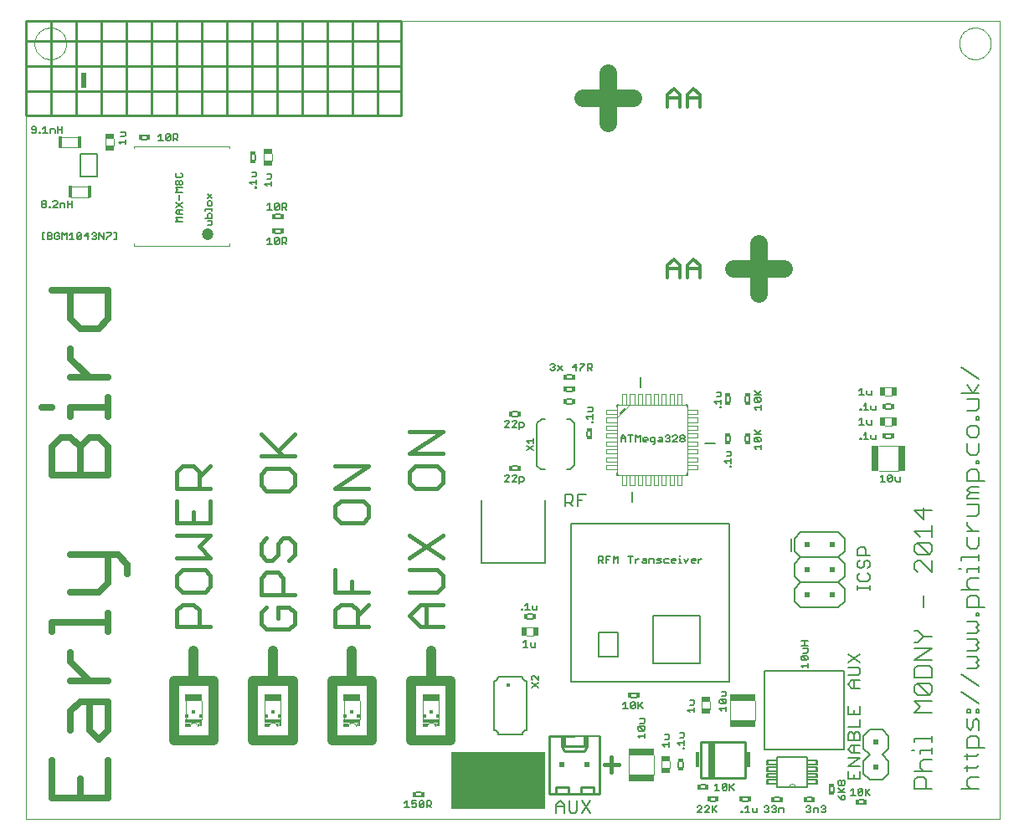
<source format=gto>
G75*
%MOIN*%
%OFA0B0*%
%FSLAX24Y24*%
%IPPOS*%
%LPD*%
%AMOC8*
5,1,8,0,0,1.08239X$1,22.5*
%
%ADD10C,0.0000*%
%ADD11C,0.0280*%
%ADD12C,0.0170*%
%ADD13C,0.0400*%
%ADD14C,0.0060*%
%ADD15C,0.0100*%
%ADD16C,0.0050*%
%ADD17C,0.0160*%
%ADD18C,0.0080*%
%ADD19C,0.0130*%
%ADD20R,0.3740X0.2264*%
%ADD21R,0.0236X0.0591*%
%ADD22C,0.0039*%
%ADD23C,0.0472*%
%ADD24C,0.0040*%
%ADD25R,0.0197X0.0049*%
%ADD26R,0.0089X0.0128*%
%ADD27R,0.0049X0.0089*%
%ADD28R,0.0167X0.0049*%
%ADD29R,0.0197X0.0138*%
%ADD30R,0.0236X0.0049*%
%ADD31R,0.0669X0.0118*%
%ADD32R,0.0669X0.0276*%
%ADD33R,0.0128X0.0167*%
%ADD34R,0.0138X0.0138*%
%ADD35R,0.0236X0.0118*%
%ADD36R,0.0118X0.0236*%
%ADD37R,0.0118X0.0472*%
%ADD38R,0.0374X0.0197*%
%ADD39R,0.0197X0.0374*%
%ADD40R,0.1024X0.0295*%
%ADD41C,0.0700*%
%ADD42R,0.0200X0.0200*%
%ADD43R,0.0165X0.0640*%
%ADD44R,0.0165X0.0630*%
%ADD45R,0.0295X0.1378*%
%ADD46R,0.0295X0.0197*%
%ADD47R,0.0295X0.1024*%
%ADD48C,0.0143*%
D10*
X000574Y000251D02*
X000574Y032054D01*
X039341Y032054D01*
X039341Y000251D01*
X000574Y000251D01*
X023687Y014179D02*
X024107Y014179D01*
X024107Y014359D01*
X023687Y014359D01*
X023687Y014179D01*
X023687Y014489D02*
X024107Y014489D01*
X024107Y014669D01*
X023687Y014669D01*
X023687Y014489D01*
X023687Y014809D02*
X024107Y014809D01*
X024107Y014989D01*
X023687Y014989D01*
X023687Y014809D01*
X023687Y015119D02*
X024107Y015119D01*
X024107Y015299D01*
X023687Y015299D01*
X023687Y015119D01*
X023687Y015439D02*
X024107Y015439D01*
X024107Y015619D01*
X023687Y015619D01*
X023687Y015439D01*
X023687Y015749D02*
X024107Y015749D01*
X024107Y015929D01*
X023687Y015929D01*
X023687Y015749D01*
X023687Y016069D02*
X024107Y016069D01*
X024107Y016249D01*
X023687Y016249D01*
X023687Y016069D01*
X023687Y016379D02*
X024107Y016379D01*
X024107Y016559D01*
X023687Y016559D01*
X023687Y016379D01*
X024107Y016269D02*
X024607Y016769D01*
X024627Y016769D02*
X024627Y017189D01*
X024807Y017189D01*
X024807Y016769D01*
X024627Y016769D01*
X024497Y016769D02*
X024497Y017189D01*
X024317Y017189D01*
X024317Y016769D01*
X024497Y016769D01*
X024107Y016769D02*
X024107Y013969D01*
X026907Y013969D01*
X026907Y016769D01*
X024107Y016769D01*
X024947Y016769D02*
X024947Y017189D01*
X025127Y017189D01*
X025127Y016769D01*
X024947Y016769D01*
X025257Y016769D02*
X025257Y017189D01*
X025437Y017189D01*
X025437Y016769D01*
X025257Y016769D01*
X025577Y016769D02*
X025577Y017189D01*
X025757Y017189D01*
X025757Y016769D01*
X025577Y016769D01*
X025887Y016769D02*
X025887Y017189D01*
X026067Y017189D01*
X026067Y016769D01*
X025887Y016769D01*
X026207Y016769D02*
X026207Y017189D01*
X026387Y017189D01*
X026387Y016769D01*
X026207Y016769D01*
X026517Y016769D02*
X026517Y017189D01*
X026697Y017189D01*
X026697Y016769D01*
X026517Y016769D01*
X026907Y016559D02*
X026907Y016379D01*
X027327Y016379D01*
X027327Y016559D01*
X026907Y016559D01*
X026907Y016249D02*
X027327Y016249D01*
X027327Y016069D01*
X026907Y016069D01*
X026907Y016249D01*
X026907Y015929D02*
X027327Y015929D01*
X027327Y015749D01*
X026907Y015749D01*
X026907Y015929D01*
X026907Y015619D02*
X027327Y015619D01*
X027327Y015439D01*
X026907Y015439D01*
X026907Y015619D01*
X026907Y015299D02*
X027327Y015299D01*
X027327Y015119D01*
X026907Y015119D01*
X026907Y015299D01*
X026907Y014989D02*
X027327Y014989D01*
X027327Y014809D01*
X026907Y014809D01*
X026907Y014989D01*
X026907Y014669D02*
X027327Y014669D01*
X027327Y014489D01*
X026907Y014489D01*
X026907Y014669D01*
X026907Y014359D02*
X027327Y014359D01*
X027327Y014179D01*
X026907Y014179D01*
X026907Y014359D01*
X026697Y013969D02*
X026517Y013969D01*
X026517Y013549D01*
X026697Y013549D01*
X026697Y013969D01*
X026387Y013969D02*
X026387Y013549D01*
X026207Y013549D01*
X026207Y013969D01*
X026387Y013969D01*
X026067Y013969D02*
X026067Y013549D01*
X025887Y013549D01*
X025887Y013969D01*
X026067Y013969D01*
X025757Y013969D02*
X025757Y013549D01*
X025577Y013549D01*
X025577Y013969D01*
X025757Y013969D01*
X025437Y013969D02*
X025437Y013549D01*
X025257Y013549D01*
X025257Y013969D01*
X025437Y013969D01*
X025127Y013969D02*
X025127Y013549D01*
X024947Y013549D01*
X024947Y013969D01*
X025127Y013969D01*
X024807Y013969D02*
X024807Y013549D01*
X024627Y013549D01*
X024627Y013969D01*
X024807Y013969D01*
X024497Y013969D02*
X024497Y013549D01*
X024317Y013549D01*
X024317Y013969D01*
X024497Y013969D01*
X030966Y001531D02*
X030968Y001552D01*
X030973Y001572D01*
X030982Y001591D01*
X030994Y001608D01*
X031009Y001623D01*
X031026Y001635D01*
X031045Y001644D01*
X031065Y001649D01*
X031086Y001651D01*
X031107Y001649D01*
X031127Y001644D01*
X031146Y001635D01*
X031163Y001623D01*
X031178Y001608D01*
X031190Y001591D01*
X031199Y001572D01*
X031204Y001552D01*
X031206Y001531D01*
X031204Y001552D01*
X031199Y001572D01*
X031190Y001591D01*
X031178Y001608D01*
X031163Y001623D01*
X031146Y001635D01*
X031127Y001644D01*
X031107Y001649D01*
X031086Y001651D01*
X031065Y001649D01*
X031045Y001644D01*
X031026Y001635D01*
X031009Y001623D01*
X030994Y001608D01*
X030982Y001591D01*
X030973Y001572D01*
X030968Y001552D01*
X030966Y001531D01*
X030968Y001552D01*
X030973Y001572D01*
X030982Y001591D01*
X030994Y001608D01*
X031009Y001623D01*
X031026Y001635D01*
X031045Y001644D01*
X031065Y001649D01*
X031086Y001651D01*
X031107Y001649D01*
X031127Y001644D01*
X031146Y001635D01*
X031163Y001623D01*
X031178Y001608D01*
X031190Y001591D01*
X031199Y001572D01*
X031204Y001552D01*
X031206Y001531D01*
X031204Y001552D01*
X031199Y001572D01*
X031190Y001591D01*
X031178Y001608D01*
X031163Y001623D01*
X031146Y001635D01*
X031127Y001644D01*
X031107Y001649D01*
X031086Y001651D01*
X031065Y001649D01*
X031045Y001644D01*
X031026Y001635D01*
X031009Y001623D01*
X030994Y001608D01*
X030982Y001591D01*
X030973Y001572D01*
X030968Y001552D01*
X030966Y001531D01*
X037739Y031156D02*
X037741Y031206D01*
X037747Y031256D01*
X037757Y031305D01*
X037771Y031353D01*
X037788Y031400D01*
X037809Y031445D01*
X037834Y031489D01*
X037862Y031530D01*
X037894Y031569D01*
X037928Y031606D01*
X037965Y031640D01*
X038005Y031670D01*
X038047Y031697D01*
X038091Y031721D01*
X038137Y031742D01*
X038184Y031758D01*
X038232Y031771D01*
X038282Y031780D01*
X038331Y031785D01*
X038382Y031786D01*
X038432Y031783D01*
X038481Y031776D01*
X038530Y031765D01*
X038578Y031750D01*
X038624Y031732D01*
X038669Y031710D01*
X038712Y031684D01*
X038753Y031655D01*
X038792Y031623D01*
X038828Y031588D01*
X038860Y031550D01*
X038890Y031510D01*
X038917Y031467D01*
X038940Y031423D01*
X038959Y031377D01*
X038975Y031329D01*
X038987Y031280D01*
X038995Y031231D01*
X038999Y031181D01*
X038999Y031131D01*
X038995Y031081D01*
X038987Y031032D01*
X038975Y030983D01*
X038959Y030935D01*
X038940Y030889D01*
X038917Y030845D01*
X038890Y030802D01*
X038860Y030762D01*
X038828Y030724D01*
X038792Y030689D01*
X038753Y030657D01*
X038712Y030628D01*
X038669Y030602D01*
X038624Y030580D01*
X038578Y030562D01*
X038530Y030547D01*
X038481Y030536D01*
X038432Y030529D01*
X038382Y030526D01*
X038331Y030527D01*
X038282Y030532D01*
X038232Y030541D01*
X038184Y030554D01*
X038137Y030570D01*
X038091Y030591D01*
X038047Y030615D01*
X038005Y030642D01*
X037965Y030672D01*
X037928Y030706D01*
X037894Y030743D01*
X037862Y030782D01*
X037834Y030823D01*
X037809Y030867D01*
X037788Y030912D01*
X037771Y030959D01*
X037757Y031007D01*
X037747Y031056D01*
X037741Y031106D01*
X037739Y031156D01*
X000928Y031156D02*
X000930Y031206D01*
X000936Y031256D01*
X000946Y031305D01*
X000960Y031353D01*
X000977Y031400D01*
X000998Y031445D01*
X001023Y031489D01*
X001051Y031530D01*
X001083Y031569D01*
X001117Y031606D01*
X001154Y031640D01*
X001194Y031670D01*
X001236Y031697D01*
X001280Y031721D01*
X001326Y031742D01*
X001373Y031758D01*
X001421Y031771D01*
X001471Y031780D01*
X001520Y031785D01*
X001571Y031786D01*
X001621Y031783D01*
X001670Y031776D01*
X001719Y031765D01*
X001767Y031750D01*
X001813Y031732D01*
X001858Y031710D01*
X001901Y031684D01*
X001942Y031655D01*
X001981Y031623D01*
X002017Y031588D01*
X002049Y031550D01*
X002079Y031510D01*
X002106Y031467D01*
X002129Y031423D01*
X002148Y031377D01*
X002164Y031329D01*
X002176Y031280D01*
X002184Y031231D01*
X002188Y031181D01*
X002188Y031131D01*
X002184Y031081D01*
X002176Y031032D01*
X002164Y030983D01*
X002148Y030935D01*
X002129Y030889D01*
X002106Y030845D01*
X002079Y030802D01*
X002049Y030762D01*
X002017Y030724D01*
X001981Y030689D01*
X001942Y030657D01*
X001901Y030628D01*
X001858Y030602D01*
X001813Y030580D01*
X001767Y030562D01*
X001719Y030547D01*
X001670Y030536D01*
X001621Y030529D01*
X001571Y030526D01*
X001520Y030527D01*
X001471Y030532D01*
X001421Y030541D01*
X001373Y030554D01*
X001326Y030570D01*
X001280Y030591D01*
X001236Y030615D01*
X001194Y030642D01*
X001154Y030672D01*
X001117Y030706D01*
X001083Y030743D01*
X001051Y030782D01*
X001023Y030823D01*
X000998Y030867D01*
X000977Y030912D01*
X000960Y030959D01*
X000946Y031007D01*
X000936Y031056D01*
X000930Y031106D01*
X000928Y031156D01*
D11*
X001607Y021305D02*
X003869Y021305D01*
X003869Y020174D01*
X003492Y019797D01*
X002738Y019797D01*
X002361Y020174D01*
X002361Y021305D01*
X002361Y018979D02*
X002361Y018602D01*
X003115Y017848D01*
X003869Y017848D02*
X002361Y017848D01*
X002361Y016666D02*
X003869Y016666D01*
X003869Y016289D02*
X003869Y017043D01*
X002361Y016666D02*
X002361Y016289D01*
X001607Y016666D02*
X001230Y016666D01*
X001984Y015458D02*
X002361Y015458D01*
X002738Y015081D01*
X002738Y013950D01*
X001607Y013950D02*
X001607Y015081D01*
X001984Y015458D01*
X002738Y015081D02*
X003115Y015458D01*
X003492Y015458D01*
X003869Y015081D01*
X003869Y013950D01*
X001607Y013950D01*
X002361Y010780D02*
X004246Y010780D01*
X004623Y010403D01*
X004623Y010026D01*
X003869Y009649D02*
X003869Y010780D01*
X003869Y009649D02*
X003492Y009272D01*
X002361Y009272D01*
X001607Y008090D02*
X003869Y008090D01*
X003869Y007713D02*
X003869Y008467D01*
X002361Y006895D02*
X002361Y006518D01*
X003115Y005764D01*
X003869Y005764D02*
X002361Y005764D01*
X002738Y004933D02*
X003869Y004933D01*
X003869Y003802D01*
X003492Y003425D01*
X003115Y003802D01*
X003115Y004933D01*
X002738Y004933D02*
X002361Y004556D01*
X002361Y003802D01*
X001607Y002595D02*
X001607Y001087D01*
X003869Y001087D01*
X003869Y002595D01*
X002738Y001841D02*
X002738Y001087D01*
X001607Y007713D02*
X001607Y008090D01*
D12*
X006600Y007906D02*
X006600Y008572D01*
X006822Y008794D01*
X007266Y008794D01*
X007488Y008572D01*
X007488Y007906D01*
X007932Y007906D02*
X006600Y007906D01*
X006822Y009288D02*
X007710Y009288D01*
X007932Y009509D01*
X007932Y009953D01*
X007710Y010175D01*
X006822Y010175D01*
X006600Y009953D01*
X006600Y009509D01*
X006822Y009288D01*
X006600Y010669D02*
X007932Y010669D01*
X007488Y011113D01*
X007932Y011556D01*
X006600Y011556D01*
X006600Y012050D02*
X007932Y012050D01*
X007932Y012937D01*
X007932Y013431D02*
X006600Y013431D01*
X006600Y014097D01*
X006822Y014319D01*
X007266Y014319D01*
X007488Y014097D01*
X007488Y013431D01*
X007488Y013875D02*
X007932Y014319D01*
X006600Y012937D02*
X006600Y012050D01*
X007266Y012050D02*
X007266Y012494D01*
X009947Y013553D02*
X010169Y013331D01*
X011056Y013331D01*
X011278Y013553D01*
X011278Y013997D01*
X011056Y014219D01*
X010169Y014219D01*
X009947Y013997D01*
X009947Y013553D01*
X009947Y014712D02*
X011278Y014712D01*
X010834Y014712D02*
X009947Y015600D01*
X010613Y014934D02*
X011278Y015600D01*
X012900Y014319D02*
X014231Y014319D01*
X012900Y013431D01*
X014231Y013431D01*
X014009Y012937D02*
X013122Y012937D01*
X012900Y012716D01*
X012900Y012272D01*
X013122Y012050D01*
X014009Y012050D01*
X014231Y012272D01*
X014231Y012716D01*
X014009Y012937D01*
X015852Y013651D02*
X016074Y013430D01*
X016962Y013430D01*
X017184Y013651D01*
X017184Y014095D01*
X016962Y014317D01*
X016074Y014317D01*
X015852Y014095D01*
X015852Y013651D01*
X015852Y014811D02*
X017184Y015698D01*
X015852Y015698D01*
X015852Y014811D02*
X017184Y014811D01*
X017184Y011555D02*
X015852Y010667D01*
X015852Y010173D02*
X016962Y010173D01*
X017184Y009952D01*
X017184Y009508D01*
X016962Y009286D01*
X015852Y009286D01*
X016296Y008792D02*
X017184Y008792D01*
X016518Y008792D02*
X016518Y007905D01*
X016296Y007905D02*
X015852Y008349D01*
X016296Y008792D01*
X016296Y007905D02*
X017184Y007905D01*
X014231Y007906D02*
X012900Y007906D01*
X012900Y008572D01*
X013122Y008794D01*
X013565Y008794D01*
X013787Y008572D01*
X013787Y007906D01*
X013787Y008350D02*
X014231Y008794D01*
X014231Y009288D02*
X012900Y009288D01*
X012900Y010175D01*
X013565Y009731D02*
X013565Y009288D01*
X011278Y009188D02*
X009947Y009188D01*
X009947Y009853D01*
X010169Y010075D01*
X010613Y010075D01*
X010834Y009853D01*
X010834Y009188D01*
X010613Y008694D02*
X010613Y008250D01*
X010613Y008694D02*
X011056Y008694D01*
X011278Y008472D01*
X011278Y008028D01*
X011056Y007806D01*
X010169Y007806D01*
X009947Y008028D01*
X009947Y008472D01*
X010169Y008694D01*
X010169Y010569D02*
X010391Y010569D01*
X010613Y010791D01*
X010613Y011234D01*
X010834Y011456D01*
X011056Y011456D01*
X011278Y011234D01*
X011278Y010791D01*
X011056Y010569D01*
X010169Y010569D02*
X009947Y010791D01*
X009947Y011234D01*
X010169Y011456D01*
X015852Y011555D02*
X017184Y010667D01*
D13*
X016715Y006944D02*
X016715Y005763D01*
X015928Y005763D01*
X015928Y003400D01*
X017503Y003400D01*
X017503Y005763D01*
X016715Y005763D01*
X014353Y005763D02*
X013566Y005763D01*
X013566Y006944D01*
X013566Y005763D02*
X012778Y005763D01*
X012778Y003400D01*
X014353Y003400D01*
X014353Y005763D01*
X011204Y005763D02*
X011204Y003400D01*
X009629Y003400D01*
X009629Y005763D01*
X010416Y005763D01*
X010416Y006944D01*
X010416Y005763D02*
X011204Y005763D01*
X008054Y005763D02*
X008054Y003400D01*
X006479Y003400D01*
X006479Y005763D01*
X007267Y005763D01*
X007267Y006944D01*
X007267Y005763D02*
X008054Y005763D01*
D14*
X016127Y001323D02*
X016320Y001323D01*
X016320Y001147D02*
X016127Y001147D01*
X020556Y008233D02*
X020749Y008233D01*
X020749Y008410D02*
X020556Y008410D01*
X024690Y005260D02*
X024883Y005260D01*
X024883Y005084D02*
X024690Y005084D01*
X026568Y002513D02*
X026568Y002320D01*
X026745Y002320D02*
X026745Y002513D01*
X027446Y001619D02*
X027639Y001619D01*
X027639Y001442D02*
X027446Y001442D01*
X027839Y001126D02*
X028032Y001126D01*
X028032Y000950D02*
X027839Y000950D01*
X029119Y000950D02*
X029312Y000950D01*
X029312Y001126D02*
X029119Y001126D01*
X030096Y001661D02*
X030126Y001661D01*
X030496Y001661D01*
X030496Y001811D01*
X030096Y001811D01*
X030096Y001661D01*
X030126Y001661D02*
X030126Y001821D01*
X030496Y001821D01*
X030496Y002421D01*
X030496Y002431D01*
X030096Y002431D01*
X030096Y002581D01*
X030126Y002581D01*
X030126Y002421D01*
X030496Y002421D01*
X030496Y002331D01*
X030496Y002171D01*
X030496Y002071D01*
X030496Y001911D01*
X030496Y001821D01*
X030496Y001811D01*
X030496Y001911D02*
X030126Y001911D01*
X030096Y001911D01*
X030096Y002071D01*
X030126Y002071D01*
X030126Y001911D01*
X030126Y002071D02*
X030496Y002071D01*
X030496Y002171D02*
X030126Y002171D01*
X030096Y002171D01*
X030096Y002331D01*
X030126Y002331D01*
X030126Y002171D01*
X030126Y002331D02*
X030496Y002331D01*
X030496Y002431D02*
X030496Y002581D01*
X030496Y002711D01*
X031676Y002711D01*
X031676Y002581D01*
X031676Y002431D01*
X032076Y002431D01*
X032076Y002581D01*
X032046Y002581D01*
X031676Y002581D01*
X031626Y002711D02*
X030546Y002711D01*
X030636Y002711D02*
X031536Y002711D01*
X031676Y002431D02*
X031676Y002421D01*
X031676Y002331D01*
X031676Y002171D01*
X031676Y002071D01*
X031676Y001911D01*
X031676Y001821D01*
X031676Y001811D01*
X032076Y001811D01*
X032076Y001661D01*
X032046Y001661D01*
X032046Y001821D01*
X031676Y001821D01*
X031676Y001811D02*
X031676Y001661D01*
X031676Y001531D01*
X031206Y001531D01*
X030966Y001531D01*
X031206Y001531D01*
X031536Y001531D01*
X031626Y001531D01*
X031676Y001661D02*
X032046Y001661D01*
X032046Y001911D02*
X032076Y001911D01*
X032076Y002071D01*
X032046Y002071D01*
X031676Y002071D01*
X031676Y002171D01*
X032046Y002171D01*
X032076Y002171D01*
X032076Y002331D01*
X032046Y002331D01*
X031676Y002331D01*
X031676Y002421D02*
X032046Y002421D01*
X032046Y002581D01*
X032046Y002331D02*
X032046Y002171D01*
X032046Y002071D02*
X032046Y001911D01*
X031676Y001911D01*
X031678Y001126D02*
X031871Y001126D01*
X031871Y000950D02*
X031678Y000950D01*
X030966Y001531D02*
X030636Y001531D01*
X030546Y001531D01*
X030496Y001531D02*
X030966Y001531D01*
X030496Y001531D02*
X030496Y001661D01*
X030399Y001126D02*
X030591Y001126D01*
X030591Y000950D02*
X030399Y000950D01*
X030496Y002581D02*
X030126Y002581D01*
X032572Y001528D02*
X032572Y001335D01*
X032749Y001335D02*
X032749Y001528D01*
X033745Y001028D02*
X033938Y001028D01*
X033938Y000852D02*
X033745Y000852D01*
X035965Y001462D02*
X035965Y001812D01*
X036082Y001929D01*
X036315Y001929D01*
X036432Y001812D01*
X036432Y001462D01*
X036666Y001462D02*
X035965Y001462D01*
X035965Y002162D02*
X036666Y002162D01*
X036315Y002162D02*
X036199Y002278D01*
X036199Y002512D01*
X036315Y002629D01*
X036666Y002629D01*
X036666Y002861D02*
X036666Y003095D01*
X036666Y002978D02*
X036199Y002978D01*
X036199Y002861D01*
X035965Y002978D02*
X035848Y002978D01*
X035965Y003328D02*
X035965Y003445D01*
X036666Y003445D01*
X036666Y003328D02*
X036666Y003562D01*
X036666Y004494D02*
X035965Y004494D01*
X036199Y004728D01*
X035965Y004961D01*
X036666Y004961D01*
X036549Y005194D02*
X036082Y005661D01*
X036549Y005661D01*
X036666Y005544D01*
X036666Y005311D01*
X036549Y005194D01*
X036082Y005194D01*
X035965Y005311D01*
X035965Y005544D01*
X036082Y005661D01*
X035965Y005894D02*
X035965Y006244D01*
X036082Y006361D01*
X036549Y006361D01*
X036666Y006244D01*
X036666Y005894D01*
X035965Y005894D01*
X035965Y006594D02*
X036666Y007061D01*
X035965Y007061D01*
X035965Y007294D02*
X036082Y007294D01*
X036315Y007527D01*
X036666Y007527D01*
X036315Y007527D02*
X036082Y007761D01*
X035965Y007761D01*
X036315Y008693D02*
X036315Y009160D01*
X036082Y010093D02*
X035965Y010209D01*
X035965Y010443D01*
X036082Y010560D01*
X036199Y010560D01*
X036666Y010093D01*
X036666Y010560D01*
X036549Y010793D02*
X036082Y011260D01*
X036549Y011260D01*
X036666Y011143D01*
X036666Y010909D01*
X036549Y010793D01*
X036082Y010793D01*
X035965Y010909D01*
X035965Y011143D01*
X036082Y011260D01*
X036199Y011492D02*
X035965Y011726D01*
X036666Y011726D01*
X036666Y011959D02*
X036666Y011492D01*
X036315Y012192D02*
X036315Y012659D01*
X035965Y012542D02*
X036315Y012192D01*
X035965Y012542D02*
X036666Y012542D01*
X038069Y012309D02*
X038419Y012309D01*
X038536Y012426D01*
X038536Y012776D01*
X038069Y012776D01*
X038069Y013009D02*
X038069Y013125D01*
X038186Y013242D01*
X038069Y013359D01*
X038186Y013476D01*
X038536Y013476D01*
X038536Y013708D02*
X038536Y014059D01*
X038419Y014175D01*
X038186Y014175D01*
X038069Y014059D01*
X038069Y013708D01*
X038769Y013708D01*
X038536Y013242D02*
X038186Y013242D01*
X038069Y013009D02*
X038536Y013009D01*
X038069Y012076D02*
X038069Y011959D01*
X038302Y011726D01*
X038069Y011726D02*
X038536Y011726D01*
X038536Y011493D02*
X038536Y011143D01*
X038419Y011026D01*
X038186Y011026D01*
X038069Y011143D01*
X038069Y011493D01*
X038536Y010793D02*
X038536Y010559D01*
X038536Y010676D02*
X037835Y010676D01*
X037835Y010559D01*
X037835Y010209D02*
X037718Y010209D01*
X038069Y010209D02*
X038536Y010209D01*
X038536Y010093D02*
X038536Y010326D01*
X038536Y009860D02*
X038186Y009860D01*
X038069Y009743D01*
X038069Y009510D01*
X038186Y009393D01*
X038186Y009160D02*
X038419Y009160D01*
X038536Y009043D01*
X038536Y008693D01*
X038536Y008460D02*
X038536Y008343D01*
X038419Y008343D01*
X038419Y008460D01*
X038536Y008460D01*
X038769Y008693D02*
X038069Y008693D01*
X038069Y009043D01*
X038186Y009160D01*
X038536Y009393D02*
X037835Y009393D01*
X038069Y010093D02*
X038069Y010209D01*
X038069Y008110D02*
X038419Y008110D01*
X038536Y007994D01*
X038419Y007877D01*
X038536Y007760D01*
X038419Y007643D01*
X038069Y007643D01*
X038069Y007411D02*
X038419Y007411D01*
X038536Y007294D01*
X038419Y007177D01*
X038536Y007060D01*
X038419Y006944D01*
X038069Y006944D01*
X038069Y006711D02*
X038419Y006711D01*
X038536Y006594D01*
X038419Y006477D01*
X038536Y006361D01*
X038419Y006244D01*
X038069Y006244D01*
X037835Y006011D02*
X038536Y005544D01*
X038536Y004844D02*
X037835Y005311D01*
X038069Y004611D02*
X038186Y004611D01*
X038186Y004494D01*
X038069Y004494D01*
X038069Y004611D01*
X038069Y004262D02*
X038069Y003911D01*
X038186Y003795D01*
X038302Y003911D01*
X038302Y004145D01*
X038419Y004262D01*
X038536Y004145D01*
X038536Y003795D01*
X038419Y003562D02*
X038536Y003445D01*
X038536Y003095D01*
X038536Y002862D02*
X038419Y002745D01*
X037952Y002745D01*
X038069Y002628D02*
X038069Y002862D01*
X038069Y003095D02*
X038069Y003445D01*
X038186Y003562D01*
X038419Y003562D01*
X038769Y003095D02*
X038069Y003095D01*
X038069Y002395D02*
X038069Y002162D01*
X037952Y002278D02*
X038419Y002278D01*
X038536Y002395D01*
X038536Y001929D02*
X038186Y001929D01*
X038069Y001812D01*
X038069Y001579D01*
X038186Y001462D01*
X038536Y001462D02*
X037835Y001462D01*
X038419Y004494D02*
X038536Y004494D01*
X038536Y004611D01*
X038419Y004611D01*
X038419Y004494D01*
X036666Y006594D02*
X035965Y006594D01*
X026907Y013969D02*
X026837Y013969D01*
X026907Y013969D02*
X026907Y014039D01*
X027607Y015219D02*
X028007Y015219D01*
X028438Y015312D02*
X028438Y015505D01*
X028615Y015505D02*
X028615Y015312D01*
X029226Y015312D02*
X029226Y015505D01*
X029402Y015505D02*
X029402Y015312D01*
X029402Y016887D02*
X029402Y017080D01*
X029226Y017080D02*
X029226Y016887D01*
X028615Y016887D02*
X028615Y017080D01*
X028438Y017080D02*
X028438Y016887D01*
X026907Y016769D02*
X026907Y016699D01*
X026907Y016769D02*
X026837Y016769D01*
X025037Y017459D02*
X025037Y017859D01*
X024467Y016619D02*
X024257Y016409D01*
X024107Y016699D02*
X024107Y016769D01*
X024177Y016769D01*
X023103Y015702D02*
X023103Y015509D01*
X022926Y015509D02*
X022926Y015702D01*
X022324Y016796D02*
X022131Y016796D01*
X022131Y016973D02*
X022324Y016973D01*
X022324Y017289D02*
X022131Y017289D01*
X022131Y017465D02*
X022324Y017465D01*
X022324Y017781D02*
X022131Y017781D01*
X022131Y017957D02*
X022324Y017957D01*
X020158Y016481D02*
X019965Y016481D01*
X019965Y016304D02*
X020158Y016304D01*
X020158Y014315D02*
X019965Y014315D01*
X019965Y014139D02*
X020158Y014139D01*
X024107Y014039D02*
X024107Y013969D01*
X024177Y013969D01*
X024707Y013279D02*
X024707Y012879D01*
X034828Y015419D02*
X035021Y015419D01*
X035021Y015595D02*
X034828Y015595D01*
X034828Y016600D02*
X035021Y016600D01*
X035021Y016776D02*
X034828Y016776D01*
X037835Y017207D02*
X038536Y017207D01*
X038536Y016975D02*
X038069Y016975D01*
X038302Y017207D02*
X038069Y017558D01*
X038302Y017207D02*
X038536Y017558D01*
X038536Y017790D02*
X037835Y018258D01*
X038536Y016975D02*
X038536Y016624D01*
X038419Y016508D01*
X038069Y016508D01*
X038419Y016274D02*
X038536Y016274D01*
X038536Y016158D01*
X038419Y016158D01*
X038419Y016274D01*
X038419Y015925D02*
X038186Y015925D01*
X038069Y015808D01*
X038069Y015575D01*
X038186Y015458D01*
X038419Y015458D01*
X038536Y015575D01*
X038536Y015808D01*
X038419Y015925D01*
X038536Y015225D02*
X038536Y014875D01*
X038419Y014758D01*
X038186Y014758D01*
X038069Y014875D01*
X038069Y015225D01*
X038419Y014525D02*
X038536Y014525D01*
X038536Y014408D01*
X038419Y014408D01*
X038419Y014525D01*
X010710Y023588D02*
X010517Y023588D01*
X010517Y023764D02*
X010710Y023764D01*
X010710Y024178D02*
X010517Y024178D01*
X010517Y024355D02*
X010710Y024355D01*
X009717Y026532D02*
X009717Y026725D01*
X009541Y026725D02*
X009541Y026532D01*
X005395Y027328D02*
X005202Y027328D01*
X005202Y027504D02*
X005395Y027504D01*
D15*
X005574Y028302D02*
X005574Y032042D01*
X006574Y032042D02*
X006574Y028302D01*
X007574Y028302D02*
X007574Y032042D01*
X008574Y032042D02*
X008574Y028302D01*
X009574Y028302D02*
X009574Y032042D01*
X010574Y032042D02*
X010574Y028302D01*
X011574Y028302D02*
X011574Y032042D01*
X012574Y032042D02*
X012574Y028302D01*
X013574Y028302D02*
X013574Y032042D01*
X014574Y032042D02*
X014574Y028302D01*
X015534Y028302D02*
X015534Y032042D01*
X000574Y032042D01*
X000574Y028302D01*
X015534Y028302D01*
X015534Y029251D02*
X000574Y029251D01*
X000574Y028302D02*
X000574Y032042D01*
X001574Y032042D02*
X001574Y028302D01*
X002574Y028302D02*
X002574Y032042D01*
X003574Y032042D02*
X003574Y028302D01*
X004574Y028302D02*
X004574Y032042D01*
X000574Y031251D02*
X015534Y031251D01*
X015534Y030251D02*
X000574Y030251D01*
X021424Y003566D02*
X021924Y003566D01*
X021924Y003166D01*
X022024Y002966D01*
X022824Y002966D01*
X022924Y003166D01*
X022924Y003566D01*
X022824Y003566D02*
X022824Y003166D01*
X022924Y003166D01*
X022824Y003166D02*
X022024Y003166D01*
X022024Y003566D01*
X021924Y003566D02*
X022424Y003566D01*
X022024Y003166D02*
X021924Y003166D01*
X021424Y003566D02*
X021424Y002416D01*
X021424Y001266D01*
X021674Y001266D01*
X021674Y001516D01*
X022174Y001516D01*
X022174Y001266D01*
X022674Y001266D01*
X022674Y001516D01*
X023174Y001516D01*
X023174Y001266D01*
X023424Y001266D01*
X023424Y002416D01*
X023424Y003566D01*
X023174Y001266D02*
X022674Y001266D01*
X022424Y001266D02*
X021424Y001266D01*
X027444Y001894D02*
X027444Y002121D01*
X027444Y003105D01*
X027444Y003331D01*
X029215Y003331D01*
X029215Y003105D01*
X029215Y002121D01*
X029215Y001894D02*
X027444Y001894D01*
X029216Y001895D02*
X029215Y002008D01*
X029216Y002121D01*
D16*
X028781Y001666D02*
X028600Y001485D01*
X028645Y001530D02*
X028781Y001395D01*
X028600Y001395D02*
X028600Y001666D01*
X028486Y001621D02*
X028306Y001440D01*
X028351Y001395D01*
X028441Y001395D01*
X028486Y001440D01*
X028486Y001621D01*
X028441Y001666D01*
X028351Y001666D01*
X028306Y001621D01*
X028306Y001440D01*
X028191Y001395D02*
X028011Y001395D01*
X028101Y001395D02*
X028101Y001666D01*
X028011Y001575D01*
X028092Y000780D02*
X027911Y000600D01*
X027956Y000645D02*
X028092Y000509D01*
X027911Y000509D02*
X027911Y000780D01*
X027797Y000735D02*
X027752Y000780D01*
X027662Y000780D01*
X027617Y000735D01*
X027502Y000735D02*
X027457Y000780D01*
X027367Y000780D01*
X027322Y000735D01*
X027502Y000735D02*
X027502Y000690D01*
X027322Y000509D01*
X027502Y000509D01*
X027617Y000509D02*
X027797Y000690D01*
X027797Y000735D01*
X027797Y000509D02*
X027617Y000509D01*
X029069Y000509D02*
X029114Y000509D01*
X029114Y000555D01*
X029069Y000555D01*
X029069Y000509D01*
X029216Y000509D02*
X029396Y000509D01*
X029306Y000509D02*
X029306Y000780D01*
X029216Y000690D01*
X029511Y000690D02*
X029511Y000555D01*
X029556Y000509D01*
X029691Y000509D01*
X029691Y000690D01*
X029980Y000735D02*
X030025Y000780D01*
X030115Y000780D01*
X030160Y000735D01*
X030160Y000690D01*
X030115Y000645D01*
X030160Y000600D01*
X030160Y000555D01*
X030115Y000509D01*
X030025Y000509D01*
X029980Y000555D01*
X030070Y000645D02*
X030115Y000645D01*
X030274Y000735D02*
X030319Y000780D01*
X030409Y000780D01*
X030454Y000735D01*
X030454Y000690D01*
X030409Y000645D01*
X030454Y000600D01*
X030454Y000555D01*
X030409Y000509D01*
X030319Y000509D01*
X030274Y000555D01*
X030364Y000645D02*
X030409Y000645D01*
X030569Y000690D02*
X030569Y000509D01*
X030749Y000509D02*
X030749Y000645D01*
X030704Y000690D01*
X030569Y000690D01*
X031653Y000735D02*
X031698Y000780D01*
X031788Y000780D01*
X031833Y000735D01*
X031833Y000690D01*
X031788Y000645D01*
X031833Y000600D01*
X031833Y000555D01*
X031788Y000509D01*
X031698Y000509D01*
X031653Y000555D01*
X031743Y000645D02*
X031788Y000645D01*
X031947Y000690D02*
X031947Y000509D01*
X032128Y000509D02*
X032128Y000645D01*
X032083Y000690D01*
X031947Y000690D01*
X032242Y000735D02*
X032287Y000780D01*
X032377Y000780D01*
X032422Y000735D01*
X032422Y000690D01*
X032377Y000645D01*
X032422Y000600D01*
X032422Y000555D01*
X032377Y000509D01*
X032287Y000509D01*
X032242Y000555D01*
X032332Y000645D02*
X032377Y000645D01*
X032964Y001105D02*
X033054Y001015D01*
X033054Y001150D01*
X033099Y001195D01*
X033144Y001195D01*
X033189Y001150D01*
X033189Y001060D01*
X033144Y001015D01*
X033054Y001015D01*
X032964Y001105D02*
X032919Y001195D01*
X032919Y001310D02*
X033189Y001310D01*
X033099Y001310D02*
X032919Y001490D01*
X032964Y001604D02*
X033009Y001604D01*
X033054Y001649D01*
X033054Y001739D01*
X033099Y001784D01*
X033144Y001784D01*
X033189Y001739D01*
X033189Y001649D01*
X033144Y001604D01*
X033099Y001604D01*
X033054Y001649D01*
X033054Y001739D02*
X033009Y001784D01*
X032964Y001784D01*
X032919Y001739D01*
X032919Y001649D01*
X032964Y001604D01*
X033189Y001490D02*
X033054Y001355D01*
X033424Y001379D02*
X033515Y001469D01*
X033515Y001198D01*
X033605Y001198D02*
X033424Y001198D01*
X033719Y001244D02*
X033899Y001424D01*
X033899Y001244D01*
X033854Y001198D01*
X033764Y001198D01*
X033719Y001244D01*
X033719Y001424D01*
X033764Y001469D01*
X033854Y001469D01*
X033899Y001424D01*
X034014Y001469D02*
X034014Y001198D01*
X034014Y001289D02*
X034194Y001469D01*
X034059Y001334D02*
X034194Y001198D01*
X033152Y003007D02*
X033152Y006156D01*
X030003Y006156D01*
X030003Y003007D01*
X033152Y003007D01*
X031713Y006281D02*
X031713Y006461D01*
X031713Y006371D02*
X031442Y006371D01*
X031532Y006281D01*
X031487Y006576D02*
X031442Y006621D01*
X031442Y006711D01*
X031487Y006756D01*
X031668Y006576D01*
X031713Y006621D01*
X031713Y006711D01*
X031668Y006756D01*
X031487Y006756D01*
X031532Y006870D02*
X031668Y006870D01*
X031713Y006915D01*
X031713Y007050D01*
X031532Y007050D01*
X031578Y007165D02*
X031578Y007345D01*
X031713Y007345D02*
X031442Y007345D01*
X031442Y007165D02*
X031713Y007165D01*
X031668Y006576D02*
X031487Y006576D01*
X028465Y005328D02*
X028284Y005328D01*
X028284Y005148D02*
X028420Y005148D01*
X028465Y005193D01*
X028465Y005328D01*
X028420Y005033D02*
X028465Y004988D01*
X028465Y004898D01*
X028420Y004853D01*
X028239Y005033D01*
X028420Y005033D01*
X028420Y004853D02*
X028239Y004853D01*
X028194Y004898D01*
X028194Y004988D01*
X028239Y005033D01*
X028465Y004738D02*
X028465Y004558D01*
X028465Y004648D02*
X028194Y004648D01*
X028284Y004558D01*
X027185Y004599D02*
X026915Y004599D01*
X027005Y004509D01*
X027185Y004509D02*
X027185Y004689D01*
X027140Y004803D02*
X027185Y004848D01*
X027185Y004984D01*
X027005Y004984D01*
X027005Y004803D02*
X027140Y004803D01*
X026791Y003679D02*
X026611Y003679D01*
X026611Y003499D02*
X026746Y003499D01*
X026791Y003544D01*
X026791Y003679D01*
X026791Y003385D02*
X026791Y003204D01*
X026791Y003294D02*
X026521Y003294D01*
X026611Y003204D01*
X026746Y003102D02*
X026791Y003102D01*
X026791Y003057D01*
X026746Y003057D01*
X026746Y003102D01*
X026201Y003131D02*
X026201Y003311D01*
X026201Y003221D02*
X025931Y003221D01*
X026021Y003131D01*
X026021Y003425D02*
X026156Y003425D01*
X026201Y003470D01*
X026201Y003606D01*
X026021Y003606D01*
X025217Y003566D02*
X024946Y003566D01*
X025036Y003476D01*
X025217Y003476D02*
X025217Y003656D01*
X025172Y003770D02*
X024991Y003950D01*
X025172Y003950D01*
X025217Y003905D01*
X025217Y003815D01*
X025172Y003770D01*
X024991Y003770D01*
X024946Y003815D01*
X024946Y003905D01*
X024991Y003950D01*
X025036Y004065D02*
X025172Y004065D01*
X025217Y004110D01*
X025217Y004245D01*
X025036Y004245D01*
X024959Y004643D02*
X024959Y004914D01*
X024844Y004869D02*
X024664Y004688D01*
X024709Y004643D01*
X024799Y004643D01*
X024844Y004688D01*
X024844Y004869D01*
X024799Y004914D01*
X024709Y004914D01*
X024664Y004869D01*
X024664Y004688D01*
X024549Y004643D02*
X024369Y004643D01*
X024459Y004643D02*
X024459Y004914D01*
X024369Y004824D01*
X024959Y004733D02*
X025139Y004914D01*
X025004Y004778D02*
X025139Y004643D01*
X023424Y003566D02*
X022424Y003566D01*
X022024Y003566D02*
X021924Y003566D01*
X021924Y003416D01*
X020984Y005493D02*
X020714Y005673D01*
X020759Y005788D02*
X020714Y005833D01*
X020714Y005923D01*
X020759Y005968D01*
X020804Y005968D01*
X020984Y005788D01*
X020984Y005968D01*
X020984Y005673D02*
X020714Y005493D01*
X020722Y007104D02*
X020858Y007104D01*
X020858Y007284D01*
X020677Y007284D02*
X020677Y007149D01*
X020722Y007104D01*
X020563Y007104D02*
X020383Y007104D01*
X020473Y007104D02*
X020473Y007374D01*
X020383Y007284D01*
X020354Y008580D02*
X020309Y008580D01*
X020309Y008625D01*
X020354Y008625D01*
X020354Y008580D01*
X020456Y008580D02*
X020637Y008580D01*
X020547Y008580D02*
X020547Y008851D01*
X020456Y008761D01*
X020751Y008761D02*
X020751Y008625D01*
X020796Y008580D01*
X020931Y008580D01*
X020931Y008761D01*
X023389Y010450D02*
X023389Y010721D01*
X023524Y010721D01*
X023569Y010676D01*
X023569Y010586D01*
X023524Y010541D01*
X023389Y010541D01*
X023479Y010541D02*
X023569Y010450D01*
X023683Y010450D02*
X023683Y010721D01*
X023863Y010721D01*
X023978Y010721D02*
X024068Y010631D01*
X024158Y010721D01*
X024158Y010450D01*
X023978Y010450D02*
X023978Y010721D01*
X023773Y010586D02*
X023683Y010586D01*
X024567Y010721D02*
X024747Y010721D01*
X024657Y010721D02*
X024657Y010450D01*
X024862Y010450D02*
X024862Y010631D01*
X024952Y010631D02*
X024997Y010631D01*
X024952Y010631D02*
X024862Y010541D01*
X025107Y010495D02*
X025152Y010541D01*
X025288Y010541D01*
X025288Y010586D02*
X025288Y010450D01*
X025152Y010450D01*
X025107Y010495D01*
X025152Y010631D02*
X025243Y010631D01*
X025288Y010586D01*
X025402Y010631D02*
X025537Y010631D01*
X025582Y010586D01*
X025582Y010450D01*
X025697Y010450D02*
X025832Y010450D01*
X025877Y010495D01*
X025832Y010541D01*
X025742Y010541D01*
X025697Y010586D01*
X025742Y010631D01*
X025877Y010631D01*
X025991Y010586D02*
X025991Y010495D01*
X026036Y010450D01*
X026172Y010450D01*
X026286Y010495D02*
X026286Y010586D01*
X026331Y010631D01*
X026421Y010631D01*
X026466Y010586D01*
X026466Y010541D01*
X026286Y010541D01*
X026286Y010495D02*
X026331Y010450D01*
X026421Y010450D01*
X026581Y010450D02*
X026671Y010450D01*
X026626Y010450D02*
X026626Y010631D01*
X026581Y010631D01*
X026626Y010721D02*
X026626Y010766D01*
X026777Y010631D02*
X026867Y010450D01*
X026957Y010631D01*
X027072Y010586D02*
X027117Y010631D01*
X027207Y010631D01*
X027252Y010586D01*
X027252Y010541D01*
X027072Y010541D01*
X027072Y010586D02*
X027072Y010495D01*
X027117Y010450D01*
X027207Y010450D01*
X027366Y010450D02*
X027366Y010631D01*
X027366Y010541D02*
X027456Y010631D01*
X027502Y010631D01*
X026172Y010631D02*
X026036Y010631D01*
X025991Y010586D01*
X025402Y010631D02*
X025402Y010450D01*
X022267Y014188D02*
X022109Y014188D01*
X022267Y014188D02*
X022424Y014345D01*
X022424Y016038D01*
X022267Y016196D01*
X022109Y016196D01*
X022879Y016287D02*
X023150Y016287D01*
X023150Y016197D02*
X023150Y016377D01*
X023105Y016491D02*
X022969Y016491D01*
X023105Y016491D02*
X023150Y016536D01*
X023150Y016671D01*
X022969Y016671D01*
X022879Y016287D02*
X022969Y016197D01*
X023105Y016094D02*
X023150Y016094D01*
X023150Y016049D01*
X023105Y016049D01*
X023105Y016094D01*
X024273Y015453D02*
X024363Y015543D01*
X024453Y015453D01*
X024453Y015273D01*
X024453Y015408D02*
X024273Y015408D01*
X024273Y015453D02*
X024273Y015273D01*
X024657Y015273D02*
X024657Y015543D01*
X024567Y015543D02*
X024748Y015543D01*
X024862Y015543D02*
X024952Y015453D01*
X025042Y015543D01*
X025042Y015273D01*
X025157Y015318D02*
X025157Y015408D01*
X025202Y015453D01*
X025292Y015453D01*
X025337Y015408D01*
X025337Y015363D01*
X025157Y015363D01*
X025157Y015318D02*
X025202Y015273D01*
X025292Y015273D01*
X025451Y015318D02*
X025496Y015273D01*
X025632Y015273D01*
X025632Y015228D02*
X025632Y015453D01*
X025496Y015453D01*
X025451Y015408D01*
X025451Y015318D01*
X025541Y015183D02*
X025586Y015183D01*
X025632Y015228D01*
X025746Y015318D02*
X025791Y015363D01*
X025926Y015363D01*
X025926Y015408D02*
X025926Y015273D01*
X025791Y015273D01*
X025746Y015318D01*
X025791Y015453D02*
X025881Y015453D01*
X025926Y015408D01*
X026041Y015318D02*
X026086Y015273D01*
X026176Y015273D01*
X026221Y015318D01*
X026221Y015363D01*
X026176Y015408D01*
X026131Y015408D01*
X026176Y015408D02*
X026221Y015453D01*
X026221Y015498D01*
X026176Y015543D01*
X026086Y015543D01*
X026041Y015498D01*
X026335Y015498D02*
X026380Y015543D01*
X026470Y015543D01*
X026515Y015498D01*
X026515Y015453D01*
X026335Y015273D01*
X026515Y015273D01*
X026630Y015318D02*
X026630Y015363D01*
X026675Y015408D01*
X026765Y015408D01*
X026810Y015363D01*
X026810Y015318D01*
X026765Y015273D01*
X026675Y015273D01*
X026630Y015318D01*
X026675Y015408D02*
X026630Y015453D01*
X026630Y015498D01*
X026675Y015543D01*
X026765Y015543D01*
X026810Y015498D01*
X026810Y015453D01*
X026765Y015408D01*
X028481Y014900D02*
X028661Y014900D01*
X028661Y014765D01*
X028616Y014720D01*
X028481Y014720D01*
X028661Y014605D02*
X028661Y014425D01*
X028661Y014515D02*
X028391Y014515D01*
X028481Y014425D01*
X028616Y014323D02*
X028661Y014323D01*
X028661Y014278D01*
X028616Y014278D01*
X028616Y014323D01*
X029572Y015081D02*
X029843Y015081D01*
X029843Y014991D02*
X029843Y015171D01*
X029798Y015286D02*
X029617Y015466D01*
X029798Y015466D01*
X029843Y015421D01*
X029843Y015331D01*
X029798Y015286D01*
X029617Y015286D01*
X029572Y015331D01*
X029572Y015421D01*
X029617Y015466D01*
X029572Y015581D02*
X029843Y015581D01*
X029752Y015581D02*
X029572Y015761D01*
X029707Y015626D02*
X029843Y015761D01*
X029572Y015081D02*
X029662Y014991D01*
X029662Y016566D02*
X029572Y016656D01*
X029843Y016656D01*
X029843Y016566D02*
X029843Y016746D01*
X029798Y016861D02*
X029617Y017041D01*
X029798Y017041D01*
X029843Y016996D01*
X029843Y016906D01*
X029798Y016861D01*
X029617Y016861D01*
X029572Y016906D01*
X029572Y016996D01*
X029617Y017041D01*
X029572Y017155D02*
X029843Y017155D01*
X029752Y017155D02*
X029572Y017336D01*
X029707Y017200D02*
X029843Y017336D01*
X028268Y017262D02*
X028268Y017127D01*
X028223Y017082D01*
X028088Y017082D01*
X028088Y017262D02*
X028268Y017262D01*
X028268Y016967D02*
X028268Y016787D01*
X028268Y016877D02*
X027998Y016877D01*
X028088Y016787D01*
X028223Y016685D02*
X028268Y016685D01*
X028268Y016640D01*
X028223Y016640D01*
X028223Y016685D01*
X024862Y015543D02*
X024862Y015273D01*
X023120Y018128D02*
X023030Y018218D01*
X023075Y018218D02*
X022940Y018218D01*
X022940Y018128D02*
X022940Y018398D01*
X023075Y018398D01*
X023120Y018353D01*
X023120Y018263D01*
X023075Y018218D01*
X022825Y018353D02*
X022645Y018173D01*
X022645Y018128D01*
X022486Y018128D02*
X022486Y018398D01*
X022351Y018263D01*
X022531Y018263D01*
X022645Y018398D02*
X022825Y018398D01*
X022825Y018353D01*
X021942Y018308D02*
X021761Y018128D01*
X021647Y018173D02*
X021602Y018128D01*
X021512Y018128D01*
X021467Y018173D01*
X021557Y018263D02*
X021602Y018263D01*
X021647Y018218D01*
X021647Y018173D01*
X021602Y018263D02*
X021647Y018308D01*
X021647Y018353D01*
X021602Y018398D01*
X021512Y018398D01*
X021467Y018353D01*
X021761Y018308D02*
X021942Y018128D01*
X021243Y016196D02*
X021125Y016196D01*
X020928Y016038D01*
X020928Y014306D01*
X021086Y014188D01*
X021243Y014188D01*
X020414Y013834D02*
X020414Y013744D01*
X020369Y013698D01*
X020234Y013698D01*
X020234Y013608D02*
X020234Y013879D01*
X020369Y013879D01*
X020414Y013834D01*
X020120Y013879D02*
X020120Y013924D01*
X020075Y013969D01*
X019985Y013969D01*
X019940Y013924D01*
X019825Y013924D02*
X019825Y013879D01*
X019645Y013698D01*
X019825Y013698D01*
X019940Y013698D02*
X020120Y013879D01*
X020120Y013698D02*
X019940Y013698D01*
X019825Y013924D02*
X019780Y013969D01*
X019690Y013969D01*
X019645Y013924D01*
X020517Y014942D02*
X020787Y015122D01*
X020787Y015236D02*
X020787Y015417D01*
X020787Y015326D02*
X020517Y015326D01*
X020607Y015236D01*
X020517Y015122D02*
X020787Y014942D01*
X020234Y015774D02*
X020234Y016044D01*
X020369Y016044D01*
X020414Y015999D01*
X020414Y015909D01*
X020369Y015864D01*
X020234Y015864D01*
X020120Y015864D02*
X019940Y015864D01*
X020120Y016044D01*
X020120Y016089D01*
X020075Y016134D01*
X019985Y016134D01*
X019940Y016089D01*
X019825Y016089D02*
X019780Y016134D01*
X019690Y016134D01*
X019645Y016089D01*
X019825Y016089D02*
X019825Y016044D01*
X019645Y015864D01*
X019825Y015864D01*
X010966Y023147D02*
X010875Y023237D01*
X010921Y023237D02*
X010785Y023237D01*
X010785Y023147D02*
X010785Y023418D01*
X010921Y023418D01*
X010966Y023372D01*
X010966Y023282D01*
X010921Y023237D01*
X010671Y023192D02*
X010671Y023372D01*
X010491Y023192D01*
X010536Y023147D01*
X010626Y023147D01*
X010671Y023192D01*
X010491Y023192D02*
X010491Y023372D01*
X010536Y023418D01*
X010626Y023418D01*
X010671Y023372D01*
X010376Y023147D02*
X010196Y023147D01*
X010286Y023147D02*
X010286Y023418D01*
X010196Y023327D01*
X010196Y024525D02*
X010376Y024525D01*
X010286Y024525D02*
X010286Y024795D01*
X010196Y024705D01*
X010491Y024750D02*
X010536Y024795D01*
X010626Y024795D01*
X010671Y024750D01*
X010491Y024570D01*
X010536Y024525D01*
X010626Y024525D01*
X010671Y024570D01*
X010671Y024750D01*
X010785Y024795D02*
X010785Y024525D01*
X010785Y024615D02*
X010921Y024615D01*
X010966Y024660D01*
X010966Y024750D01*
X010921Y024795D01*
X010785Y024795D01*
X010875Y024615D02*
X010966Y024525D01*
X010491Y024570D02*
X010491Y024750D01*
X010354Y025473D02*
X010354Y025653D01*
X010354Y025563D02*
X010084Y025563D01*
X010174Y025473D01*
X010174Y025768D02*
X010309Y025768D01*
X010354Y025813D01*
X010354Y025948D01*
X010174Y025948D01*
X009764Y025887D02*
X009719Y025842D01*
X009584Y025842D01*
X009584Y026022D02*
X009764Y026022D01*
X009764Y025887D01*
X009764Y025727D02*
X009764Y025547D01*
X009764Y025637D02*
X009494Y025637D01*
X009584Y025547D01*
X009719Y025445D02*
X009764Y025445D01*
X009764Y025400D01*
X009719Y025400D01*
X009719Y025445D01*
X008001Y025168D02*
X007821Y024988D01*
X007866Y024873D02*
X007821Y024828D01*
X007821Y024738D01*
X007866Y024693D01*
X007956Y024693D01*
X008001Y024738D01*
X008001Y024828D01*
X007956Y024873D01*
X007866Y024873D01*
X008001Y024988D02*
X007821Y025168D01*
X008001Y024587D02*
X008001Y024496D01*
X008001Y024542D02*
X007731Y024542D01*
X007731Y024496D01*
X007866Y024382D02*
X007821Y024337D01*
X007821Y024202D01*
X007731Y024202D02*
X008001Y024202D01*
X008001Y024337D01*
X007956Y024382D01*
X007866Y024382D01*
X007821Y024087D02*
X008001Y024087D01*
X008001Y023952D01*
X007956Y023907D01*
X007821Y023907D01*
X006811Y024048D02*
X006541Y024048D01*
X006631Y024138D01*
X006541Y024228D01*
X006811Y024228D01*
X006811Y024342D02*
X006631Y024342D01*
X006541Y024432D01*
X006631Y024522D01*
X006811Y024522D01*
X006811Y024637D02*
X006541Y024817D01*
X006676Y024932D02*
X006676Y025112D01*
X006811Y025226D02*
X006541Y025226D01*
X006631Y025316D01*
X006541Y025406D01*
X006811Y025406D01*
X006766Y025521D02*
X006721Y025521D01*
X006676Y025566D01*
X006676Y025656D01*
X006721Y025701D01*
X006766Y025701D01*
X006811Y025656D01*
X006811Y025566D01*
X006766Y025521D01*
X006676Y025566D02*
X006631Y025521D01*
X006586Y025521D01*
X006541Y025566D01*
X006541Y025656D01*
X006586Y025701D01*
X006631Y025701D01*
X006676Y025656D01*
X006586Y025816D02*
X006766Y025816D01*
X006811Y025861D01*
X006811Y025951D01*
X006766Y025996D01*
X006586Y025996D02*
X006541Y025951D01*
X006541Y025861D01*
X006586Y025816D01*
X006811Y024817D02*
X006541Y024637D01*
X006676Y024522D02*
X006676Y024342D01*
X004180Y023614D02*
X004180Y023344D01*
X004090Y023344D01*
X003975Y023569D02*
X003795Y023389D01*
X003795Y023344D01*
X003681Y023344D02*
X003681Y023614D01*
X003795Y023614D02*
X003975Y023614D01*
X003975Y023569D01*
X004090Y023614D02*
X004180Y023614D01*
X003681Y023344D02*
X003501Y023614D01*
X003501Y023344D01*
X003386Y023389D02*
X003341Y023344D01*
X003251Y023344D01*
X003206Y023389D01*
X003296Y023479D02*
X003341Y023479D01*
X003386Y023434D01*
X003386Y023389D01*
X003341Y023479D02*
X003386Y023524D01*
X003386Y023569D01*
X003341Y023614D01*
X003251Y023614D01*
X003206Y023569D01*
X003092Y023479D02*
X002911Y023479D01*
X003046Y023614D01*
X003046Y023344D01*
X002797Y023389D02*
X002752Y023344D01*
X002662Y023344D01*
X002617Y023389D01*
X002797Y023569D01*
X002797Y023389D01*
X002617Y023389D02*
X002617Y023569D01*
X002662Y023614D01*
X002752Y023614D01*
X002797Y023569D01*
X002502Y023344D02*
X002322Y023344D01*
X002412Y023344D02*
X002412Y023614D01*
X002322Y023524D01*
X002208Y023614D02*
X002208Y023344D01*
X002027Y023344D02*
X002027Y023614D01*
X002118Y023524D01*
X002208Y023614D01*
X001913Y023569D02*
X001868Y023614D01*
X001778Y023614D01*
X001733Y023569D01*
X001733Y023389D01*
X001778Y023344D01*
X001868Y023344D01*
X001913Y023389D01*
X001913Y023479D01*
X001823Y023479D01*
X001618Y023434D02*
X001618Y023389D01*
X001573Y023344D01*
X001438Y023344D01*
X001438Y023614D01*
X001573Y023614D01*
X001618Y023569D01*
X001618Y023524D01*
X001573Y023479D01*
X001438Y023479D01*
X001573Y023479D02*
X001618Y023434D01*
X001332Y023344D02*
X001242Y023344D01*
X001242Y023614D01*
X001332Y023614D01*
X001350Y024624D02*
X001260Y024624D01*
X001215Y024669D01*
X001215Y024714D01*
X001260Y024759D01*
X001350Y024759D01*
X001395Y024714D01*
X001395Y024669D01*
X001350Y024624D01*
X001350Y024759D02*
X001395Y024804D01*
X001395Y024849D01*
X001350Y024894D01*
X001260Y024894D01*
X001215Y024849D01*
X001215Y024804D01*
X001260Y024759D01*
X001510Y024669D02*
X001555Y024669D01*
X001555Y024624D01*
X001510Y024624D01*
X001510Y024669D01*
X001657Y024624D02*
X001837Y024804D01*
X001837Y024849D01*
X001792Y024894D01*
X001702Y024894D01*
X001657Y024849D01*
X001657Y024624D02*
X001837Y024624D01*
X001952Y024624D02*
X001952Y024804D01*
X002087Y024804D01*
X002132Y024759D01*
X002132Y024624D01*
X002247Y024624D02*
X002247Y024894D01*
X002247Y024759D02*
X002427Y024759D01*
X002427Y024894D02*
X002427Y024624D01*
X002739Y025841D02*
X003408Y025841D01*
X003408Y026747D01*
X002739Y026747D01*
X002739Y025841D01*
X004277Y027237D02*
X004367Y027146D01*
X004277Y027237D02*
X004547Y027237D01*
X004547Y027327D02*
X004547Y027146D01*
X004502Y027441D02*
X004367Y027441D01*
X004502Y027441D02*
X004547Y027486D01*
X004547Y027621D01*
X004367Y027621D01*
X005865Y027461D02*
X005955Y027551D01*
X005955Y027281D01*
X005865Y027281D02*
X006046Y027281D01*
X006160Y027326D02*
X006340Y027506D01*
X006340Y027326D01*
X006295Y027281D01*
X006205Y027281D01*
X006160Y027326D01*
X006160Y027506D01*
X006205Y027551D01*
X006295Y027551D01*
X006340Y027506D01*
X006455Y027551D02*
X006455Y027281D01*
X006455Y027371D02*
X006590Y027371D01*
X006635Y027416D01*
X006635Y027506D01*
X006590Y027551D01*
X006455Y027551D01*
X006545Y027371D02*
X006635Y027281D01*
X002033Y027576D02*
X002033Y027847D01*
X002033Y027712D02*
X001853Y027712D01*
X001738Y027712D02*
X001738Y027576D01*
X001853Y027576D02*
X001853Y027847D01*
X001738Y027712D02*
X001693Y027757D01*
X001558Y027757D01*
X001558Y027576D01*
X001444Y027576D02*
X001264Y027576D01*
X001354Y027576D02*
X001354Y027847D01*
X001264Y027757D01*
X001161Y027621D02*
X001161Y027576D01*
X001116Y027576D01*
X001116Y027621D01*
X001161Y027621D01*
X001002Y027621D02*
X001002Y027802D01*
X000957Y027847D01*
X000867Y027847D01*
X000822Y027802D01*
X000822Y027757D01*
X000867Y027712D01*
X001002Y027712D01*
X001002Y027621D02*
X000957Y027576D01*
X000867Y027576D01*
X000822Y027621D01*
X015749Y000977D02*
X015749Y000706D01*
X015659Y000706D02*
X015839Y000706D01*
X015954Y000751D02*
X015999Y000706D01*
X016089Y000706D01*
X016134Y000751D01*
X016134Y000841D01*
X016089Y000886D01*
X016044Y000886D01*
X015954Y000841D01*
X015954Y000977D01*
X016134Y000977D01*
X016248Y000932D02*
X016293Y000977D01*
X016383Y000977D01*
X016428Y000932D01*
X016248Y000751D01*
X016293Y000706D01*
X016383Y000706D01*
X016428Y000751D01*
X016428Y000932D01*
X016543Y000977D02*
X016543Y000706D01*
X016543Y000796D02*
X016678Y000796D01*
X016723Y000841D01*
X016723Y000932D01*
X016678Y000977D01*
X016543Y000977D01*
X016633Y000796D02*
X016723Y000706D01*
X016248Y000751D02*
X016248Y000932D01*
X015749Y000977D02*
X015659Y000886D01*
X021524Y001266D02*
X021674Y001266D01*
X022424Y001266D02*
X022674Y001266D01*
X023174Y001266D02*
X023424Y001266D01*
X034606Y013698D02*
X034786Y013698D01*
X034696Y013698D02*
X034696Y013969D01*
X034606Y013879D01*
X034900Y013924D02*
X034900Y013744D01*
X035080Y013924D01*
X035080Y013744D01*
X035035Y013698D01*
X034945Y013698D01*
X034900Y013744D01*
X034900Y013924D02*
X034945Y013969D01*
X035035Y013969D01*
X035080Y013924D01*
X035195Y013879D02*
X035195Y013744D01*
X035240Y013698D01*
X035375Y013698D01*
X035375Y013879D01*
X034416Y015372D02*
X034416Y015552D01*
X034416Y015372D02*
X034280Y015372D01*
X034235Y015417D01*
X034235Y015552D01*
X034121Y015372D02*
X033941Y015372D01*
X034031Y015372D02*
X034031Y015642D01*
X033941Y015552D01*
X033838Y015417D02*
X033838Y015372D01*
X033793Y015372D01*
X033793Y015417D01*
X033838Y015417D01*
X033859Y015962D02*
X033859Y016232D01*
X033769Y016142D01*
X033769Y015962D02*
X033949Y015962D01*
X034063Y016007D02*
X034108Y015962D01*
X034243Y015962D01*
X034243Y016142D01*
X034063Y016142D02*
X034063Y016007D01*
X034031Y016553D02*
X034031Y016823D01*
X033941Y016733D01*
X033838Y016598D02*
X033838Y016553D01*
X033793Y016553D01*
X033793Y016598D01*
X033838Y016598D01*
X033941Y016553D02*
X034121Y016553D01*
X034235Y016598D02*
X034280Y016553D01*
X034416Y016553D01*
X034416Y016733D01*
X034235Y016733D02*
X034235Y016598D01*
X034243Y017143D02*
X034108Y017143D01*
X034063Y017188D01*
X034063Y017324D01*
X034243Y017324D02*
X034243Y017143D01*
X033949Y017143D02*
X033769Y017143D01*
X033859Y017143D02*
X033859Y017414D01*
X033769Y017324D01*
D17*
X023900Y002711D02*
X023900Y002121D01*
X023605Y002416D02*
X024196Y002416D01*
D18*
X023042Y000983D02*
X022722Y000503D01*
X022527Y000583D02*
X022527Y000983D01*
X022722Y000983D02*
X023042Y000503D01*
X022527Y000583D02*
X022446Y000503D01*
X022286Y000503D01*
X022206Y000583D01*
X022206Y000983D01*
X022011Y000823D02*
X022011Y000503D01*
X022011Y000743D02*
X021691Y000743D01*
X021691Y000823D02*
X021851Y000983D01*
X022011Y000823D01*
X021691Y000823D02*
X021691Y000503D01*
X020347Y003637D02*
X020349Y003660D01*
X020354Y003684D01*
X020362Y003706D01*
X020374Y003727D01*
X020388Y003746D01*
X020405Y003763D01*
X020424Y003777D01*
X020445Y003789D01*
X020467Y003797D01*
X020491Y003802D01*
X020514Y003804D01*
X020515Y003804D02*
X020515Y004365D01*
X020515Y005192D01*
X020515Y005753D01*
X020514Y005753D02*
X020491Y005755D01*
X020467Y005760D01*
X020445Y005768D01*
X020424Y005780D01*
X020405Y005794D01*
X020388Y005811D01*
X020374Y005830D01*
X020362Y005851D01*
X020354Y005873D01*
X020349Y005897D01*
X020347Y005920D01*
X019983Y005920D01*
X019747Y005920D01*
X019383Y005920D01*
X019381Y005897D01*
X019376Y005873D01*
X019368Y005851D01*
X019356Y005830D01*
X019342Y005811D01*
X019325Y005794D01*
X019306Y005780D01*
X019285Y005768D01*
X019263Y005760D01*
X019239Y005755D01*
X019216Y005753D01*
X019215Y005753D02*
X019215Y005192D01*
X019215Y004365D01*
X019215Y003804D01*
X019216Y003804D02*
X019239Y003802D01*
X019263Y003797D01*
X019285Y003789D01*
X019306Y003777D01*
X019325Y003763D01*
X019342Y003746D01*
X019356Y003727D01*
X019368Y003706D01*
X019376Y003684D01*
X019381Y003660D01*
X019383Y003637D01*
X019747Y003637D01*
X019983Y003637D01*
X020347Y003637D01*
X022298Y005723D02*
X022298Y012022D01*
X028597Y012022D01*
X028597Y005723D01*
X022298Y005723D01*
X023400Y006723D02*
X023400Y007692D01*
X024160Y007692D01*
X024160Y006723D01*
X023400Y006723D01*
X025554Y006463D02*
X025554Y008341D01*
X027432Y008341D01*
X027432Y006463D01*
X025554Y006463D01*
X021251Y010440D02*
X021133Y010440D01*
X018849Y010440D01*
X018731Y010440D01*
X018731Y012959D01*
X021251Y012959D02*
X021251Y010440D01*
X022047Y012708D02*
X022047Y013188D01*
X022287Y013188D01*
X022367Y013108D01*
X022367Y012948D01*
X022287Y012868D01*
X022047Y012868D01*
X022207Y012868D02*
X022367Y012708D01*
X022563Y012708D02*
X022563Y013188D01*
X022883Y013188D01*
X022723Y012948D02*
X022563Y012948D01*
X031044Y011426D02*
X031044Y010926D01*
X031176Y010926D02*
X031176Y011426D01*
X031426Y011676D01*
X032926Y011676D01*
X033176Y011426D01*
X033176Y010926D01*
X032926Y010676D01*
X031426Y010676D01*
X031176Y010426D01*
X031176Y009926D01*
X031426Y009676D01*
X032926Y009676D01*
X033176Y009426D01*
X033176Y008926D01*
X032926Y008676D01*
X031426Y008676D01*
X031176Y008926D01*
X031176Y009426D01*
X031426Y009676D01*
X032926Y009676D02*
X033176Y009926D01*
X033176Y010426D01*
X032926Y010676D01*
X033699Y010760D02*
X033699Y011000D01*
X033780Y011080D01*
X033940Y011080D01*
X034020Y011000D01*
X034020Y010760D01*
X034180Y010760D02*
X033699Y010760D01*
X033780Y010564D02*
X033699Y010484D01*
X033699Y010324D01*
X033780Y010244D01*
X033860Y010244D01*
X033940Y010324D01*
X033940Y010484D01*
X034020Y010564D01*
X034100Y010564D01*
X034180Y010484D01*
X034180Y010324D01*
X034100Y010244D01*
X034100Y010049D02*
X034180Y009969D01*
X034180Y009809D01*
X034100Y009729D01*
X033780Y009729D01*
X033699Y009809D01*
X033699Y009969D01*
X033780Y010049D01*
X033699Y009545D02*
X033699Y009385D01*
X033699Y009465D02*
X034180Y009465D01*
X034180Y009385D02*
X034180Y009545D01*
X031426Y010676D02*
X031176Y010926D01*
X033306Y006807D02*
X033786Y006487D01*
X033706Y006292D02*
X033306Y006292D01*
X033306Y006487D02*
X033786Y006807D01*
X033706Y006292D02*
X033786Y006212D01*
X033786Y006052D01*
X033706Y005972D01*
X033306Y005972D01*
X033466Y005776D02*
X033306Y005616D01*
X033466Y005456D01*
X033786Y005456D01*
X033546Y005456D02*
X033546Y005776D01*
X033466Y005776D02*
X033786Y005776D01*
X033786Y004745D02*
X033786Y004425D01*
X033306Y004425D01*
X033306Y004745D01*
X033546Y004585D02*
X033546Y004425D01*
X033786Y004229D02*
X033786Y003909D01*
X033306Y003909D01*
X033386Y003714D02*
X033306Y003634D01*
X033306Y003393D01*
X033786Y003393D01*
X033786Y003634D01*
X033706Y003714D01*
X033626Y003714D01*
X033546Y003634D01*
X033546Y003393D01*
X033546Y003198D02*
X033546Y002878D01*
X033466Y002878D02*
X033306Y003038D01*
X033466Y003198D01*
X033786Y003198D01*
X033932Y003068D02*
X033932Y003568D01*
X034182Y003818D01*
X034682Y003818D01*
X034932Y003568D01*
X034932Y003068D01*
X034682Y002818D01*
X034932Y002568D01*
X034932Y002068D01*
X034682Y001818D01*
X034182Y001818D01*
X033932Y002068D01*
X033932Y002568D01*
X034182Y002818D01*
X033932Y003068D01*
X033786Y002878D02*
X033466Y002878D01*
X033306Y002682D02*
X033786Y002682D01*
X033306Y002362D01*
X033786Y002362D01*
X033786Y002167D02*
X033786Y001846D01*
X033306Y001846D01*
X033306Y002167D01*
X033546Y002007D02*
X033546Y001846D01*
X033546Y003634D02*
X033466Y003714D01*
X033386Y003714D01*
D19*
X027405Y021835D02*
X027405Y022322D01*
X027162Y022565D01*
X026918Y022322D01*
X026918Y021835D01*
X026613Y021835D02*
X026613Y022322D01*
X026370Y022565D01*
X026126Y022322D01*
X026126Y021835D01*
X026126Y022200D02*
X026613Y022200D01*
X026918Y022200D02*
X027405Y022200D01*
X027405Y028626D02*
X027405Y029113D01*
X027162Y029357D01*
X026918Y029113D01*
X026918Y028626D01*
X026613Y028626D02*
X026613Y029113D01*
X026370Y029357D01*
X026126Y029113D01*
X026126Y028626D01*
X026126Y028991D02*
X026613Y028991D01*
X026918Y028991D02*
X027405Y028991D01*
D20*
X019373Y001776D03*
D21*
X002885Y029694D03*
D22*
X004873Y027054D02*
X004873Y026995D01*
X004873Y027054D02*
X008692Y027054D01*
X008692Y026995D01*
X008692Y023176D02*
X008692Y023078D01*
X004873Y023078D01*
X004873Y023176D01*
D23*
X007826Y023550D03*
D24*
X010049Y026489D02*
X010049Y026769D01*
X010384Y026769D02*
X010384Y026489D01*
X004085Y027079D02*
X004085Y027359D01*
X003750Y027359D02*
X003750Y027079D01*
X002686Y027007D02*
X002005Y027007D01*
X002005Y027437D02*
X002686Y027437D01*
X002399Y025463D02*
X003079Y025463D01*
X003079Y025033D02*
X002399Y025033D01*
X020512Y007896D02*
X020793Y007896D01*
X020793Y007561D02*
X020512Y007561D01*
X017030Y004956D02*
X017030Y004207D01*
X016893Y004020D02*
X016895Y004032D01*
X016900Y004043D01*
X016909Y004052D01*
X016920Y004057D01*
X016932Y004059D01*
X016944Y004057D01*
X016955Y004052D01*
X016964Y004043D01*
X016969Y004032D01*
X016971Y004020D01*
X016969Y004008D01*
X016964Y003997D01*
X016955Y003988D01*
X016944Y003983D01*
X016932Y003981D01*
X016920Y003983D01*
X016909Y003988D01*
X016900Y003997D01*
X016895Y004008D01*
X016893Y004020D01*
X016873Y003951D02*
X016869Y003975D01*
X016863Y003997D01*
X016852Y004019D01*
X016839Y004039D01*
X016823Y004056D01*
X016805Y004071D01*
X016784Y004083D01*
X016762Y004092D01*
X016739Y004097D01*
X016715Y004099D01*
X016691Y004097D01*
X016668Y004092D01*
X016646Y004083D01*
X016625Y004071D01*
X016607Y004056D01*
X016591Y004039D01*
X016578Y004019D01*
X016567Y003997D01*
X016561Y003975D01*
X016557Y003951D01*
X016400Y004207D02*
X016400Y004956D01*
X013881Y004956D02*
X013881Y004207D01*
X013743Y004020D02*
X013745Y004032D01*
X013750Y004043D01*
X013759Y004052D01*
X013770Y004057D01*
X013782Y004059D01*
X013794Y004057D01*
X013805Y004052D01*
X013814Y004043D01*
X013819Y004032D01*
X013821Y004020D01*
X013819Y004008D01*
X013814Y003997D01*
X013805Y003988D01*
X013794Y003983D01*
X013782Y003981D01*
X013770Y003983D01*
X013759Y003988D01*
X013750Y003997D01*
X013745Y004008D01*
X013743Y004020D01*
X013724Y003951D02*
X013720Y003975D01*
X013714Y003997D01*
X013703Y004019D01*
X013690Y004039D01*
X013674Y004056D01*
X013656Y004071D01*
X013635Y004083D01*
X013613Y004092D01*
X013590Y004097D01*
X013566Y004099D01*
X013542Y004097D01*
X013519Y004092D01*
X013497Y004083D01*
X013476Y004071D01*
X013458Y004056D01*
X013442Y004039D01*
X013429Y004019D01*
X013418Y003997D01*
X013412Y003975D01*
X013408Y003951D01*
X013251Y004207D02*
X013251Y004956D01*
X010731Y004956D02*
X010731Y004207D01*
X010594Y004020D02*
X010596Y004032D01*
X010601Y004043D01*
X010610Y004052D01*
X010621Y004057D01*
X010633Y004059D01*
X010645Y004057D01*
X010656Y004052D01*
X010665Y004043D01*
X010670Y004032D01*
X010672Y004020D01*
X010670Y004008D01*
X010665Y003997D01*
X010656Y003988D01*
X010645Y003983D01*
X010633Y003981D01*
X010621Y003983D01*
X010610Y003988D01*
X010601Y003997D01*
X010596Y004008D01*
X010594Y004020D01*
X010574Y003951D02*
X010570Y003975D01*
X010564Y003997D01*
X010553Y004019D01*
X010540Y004039D01*
X010524Y004056D01*
X010506Y004071D01*
X010485Y004083D01*
X010463Y004092D01*
X010440Y004097D01*
X010416Y004099D01*
X010392Y004097D01*
X010369Y004092D01*
X010347Y004083D01*
X010326Y004071D01*
X010308Y004056D01*
X010292Y004039D01*
X010279Y004019D01*
X010268Y003997D01*
X010262Y003975D01*
X010258Y003951D01*
X010101Y004207D02*
X010101Y004956D01*
X007582Y004956D02*
X007582Y004207D01*
X007444Y004020D02*
X007446Y004032D01*
X007451Y004043D01*
X007460Y004052D01*
X007471Y004057D01*
X007483Y004059D01*
X007495Y004057D01*
X007506Y004052D01*
X007515Y004043D01*
X007520Y004032D01*
X007522Y004020D01*
X007520Y004008D01*
X007515Y003997D01*
X007506Y003988D01*
X007495Y003983D01*
X007483Y003981D01*
X007471Y003983D01*
X007460Y003988D01*
X007451Y003997D01*
X007446Y004008D01*
X007444Y004020D01*
X007425Y003951D02*
X007421Y003975D01*
X007415Y003997D01*
X007404Y004019D01*
X007391Y004039D01*
X007375Y004056D01*
X007357Y004071D01*
X007336Y004083D01*
X007314Y004092D01*
X007291Y004097D01*
X007267Y004099D01*
X007243Y004097D01*
X007220Y004092D01*
X007198Y004083D01*
X007177Y004071D01*
X007159Y004056D01*
X007143Y004039D01*
X007130Y004019D01*
X007119Y003997D01*
X007113Y003975D01*
X007109Y003951D01*
X006952Y004207D02*
X006952Y004956D01*
X024592Y002796D02*
X024592Y002036D01*
X025572Y002036D02*
X025572Y002796D01*
X025901Y002556D02*
X025901Y002276D01*
X026236Y002276D02*
X026236Y002556D01*
X028627Y004201D02*
X028627Y004961D01*
X029607Y004961D02*
X029607Y004201D01*
X027811Y004638D02*
X027811Y004919D01*
X027476Y004919D02*
X027476Y004638D01*
X034544Y014131D02*
X035304Y014131D01*
X035304Y015111D02*
X034544Y015111D01*
X034784Y015932D02*
X035064Y015932D01*
X035064Y016267D02*
X034784Y016267D01*
X034784Y017113D02*
X035064Y017113D01*
X035064Y017448D02*
X034784Y017448D01*
D25*
X016952Y003956D03*
X013802Y003956D03*
X010652Y003956D03*
X007503Y003956D03*
D26*
X007557Y004035D03*
X010707Y004035D03*
X013856Y004035D03*
X017006Y004035D03*
D27*
X016868Y004055D03*
X013718Y004055D03*
X010569Y004055D03*
X007419Y004055D03*
D28*
X007439Y004075D03*
X010588Y004075D03*
X013738Y004075D03*
X016888Y004075D03*
D29*
X016479Y004001D03*
X013330Y004001D03*
X010180Y004001D03*
X007030Y004001D03*
D30*
X007050Y004075D03*
X010200Y004075D03*
X013349Y004075D03*
X016499Y004075D03*
D31*
X016715Y004148D03*
X013566Y004148D03*
X010416Y004148D03*
X007267Y004148D03*
D32*
X007267Y005093D03*
X010416Y005093D03*
X013566Y005093D03*
X016715Y005093D03*
D33*
X016445Y004360D03*
X016986Y004360D03*
X013836Y004360D03*
X013295Y004360D03*
X010687Y004360D03*
X010146Y004360D03*
X007537Y004360D03*
X006996Y004360D03*
D34*
X007267Y004513D03*
X010416Y004513D03*
X013566Y004513D03*
X016715Y004513D03*
D35*
X026654Y002575D03*
X026654Y002255D03*
X032662Y001593D03*
X032662Y001273D03*
X029312Y015247D03*
X029312Y015567D03*
X028528Y015569D03*
X028528Y015249D03*
X028528Y016824D03*
X028528Y017144D03*
X029312Y017142D03*
X029312Y016822D03*
X023013Y015764D03*
X023013Y015444D03*
X009631Y026470D03*
X009631Y026790D03*
D36*
X010454Y024265D03*
X010774Y024265D03*
X010774Y023674D03*
X010454Y023674D03*
X005457Y027418D03*
X005137Y027418D03*
X019901Y016394D03*
X020221Y016394D03*
X022066Y016887D03*
X022386Y016887D03*
X022386Y017379D03*
X022066Y017379D03*
X022066Y017871D03*
X022386Y017871D03*
X020221Y014229D03*
X019901Y014229D03*
X020491Y008324D03*
X020811Y008324D03*
X024625Y005174D03*
X024945Y005174D03*
X027381Y001532D03*
X027701Y001532D03*
X027775Y001040D03*
X028095Y001040D03*
X029054Y001040D03*
X029374Y001040D03*
X030336Y001036D03*
X030656Y001036D03*
X031615Y001036D03*
X031935Y001036D03*
X033682Y000938D03*
X034002Y000938D03*
X016382Y001237D03*
X016062Y001237D03*
X034765Y015505D03*
X035085Y015505D03*
X035085Y016686D03*
X034765Y016686D03*
D37*
X003128Y025247D03*
X002348Y025247D03*
X002736Y027223D03*
X001956Y027223D03*
D38*
X003918Y027448D03*
X003918Y026988D03*
X010217Y026857D03*
X010217Y026397D03*
X027643Y005010D03*
X027643Y004550D03*
X026068Y002648D03*
X026068Y002188D03*
D39*
X020884Y007729D03*
X020424Y007729D03*
X034693Y016099D03*
X035153Y016099D03*
X035153Y017280D03*
X034693Y017280D03*
D40*
X029119Y005104D03*
X029115Y004059D03*
X025083Y002938D03*
X025080Y001894D03*
D41*
X029755Y021200D02*
X029755Y023200D01*
X028755Y022200D02*
X030755Y022200D01*
X023755Y027991D02*
X023755Y029991D01*
X024755Y028991D02*
X022755Y028991D01*
D42*
X031676Y011176D03*
X031676Y010176D03*
X031676Y009176D03*
X032676Y009176D03*
X032676Y010176D03*
X032676Y011176D03*
X034432Y003318D03*
X034432Y002318D03*
X022924Y002416D03*
X021924Y002416D03*
D43*
X029349Y002608D03*
D44*
X027310Y002613D03*
D45*
X027887Y002613D03*
D46*
X027887Y003204D03*
X027887Y002022D03*
D47*
X034402Y014623D03*
X035446Y014619D03*
D48*
X019786Y005585D03*
M02*

</source>
